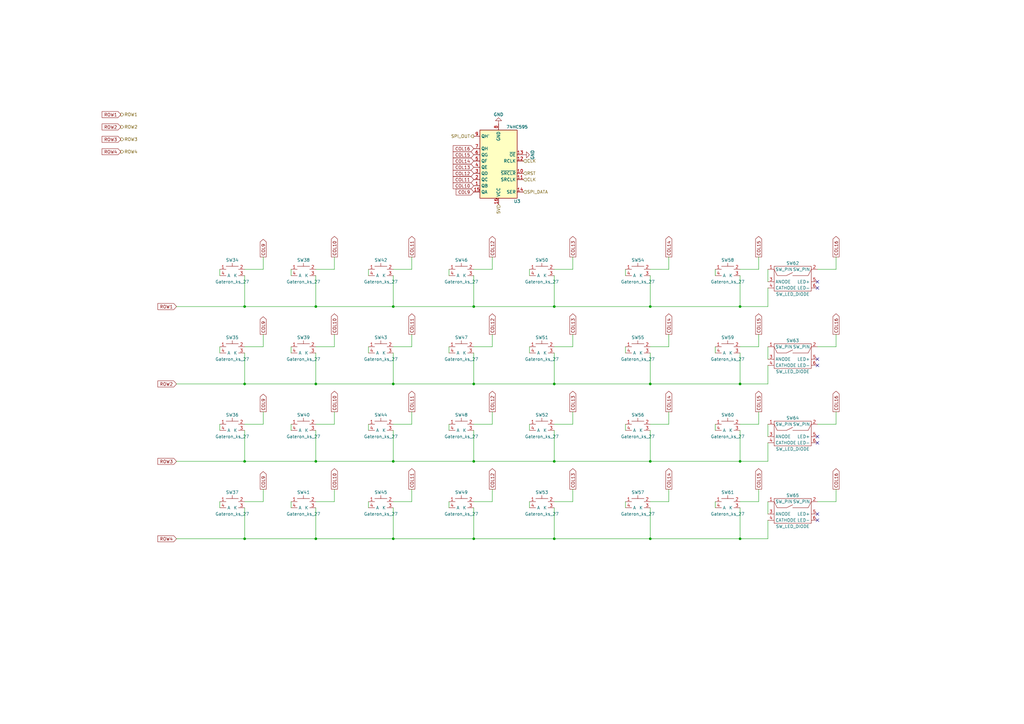
<source format=kicad_sch>
(kicad_sch (version 20211123) (generator eeschema)
  (paper "A3")
  (lib_symbols
    (symbol "74xx:74HC595"
      (property "Reference" "U" (at -7.62 13.97 0))
      (property "Value" "74HC595" (at -7.62 -16.51 0))
      (symbol "74HC595_1_0"
        (pin tri_state line (at 10.16 7.62 180) (length 2.54) (name "QB") (number "1"))
        (pin input line (at -10.16 2.54 0) (length 2.54) (name "~{SRCLR}") (number "10"))
        (pin input line (at -10.16 5.08 0) (length 2.54) (name "SRCLK") (number "11"))
        (pin input line (at -10.16 -2.54 0) (length 2.54) (name "RCLK") (number "12"))
        (pin input line (at -10.16 -5.08 0) (length 2.54) (name "~{OE}") (number "13"))
        (pin input line (at -10.16 10.16 0) (length 2.54) (name "SER") (number "14"))
        (pin tri_state line (at 10.16 10.16 180) (length 2.54) (name "QA") (number "15"))
        (pin power_in line (at 0 15.24 270) (length 2.54) (name "VCC") (number "16"))
        (pin tri_state line (at 10.16 5.08 180) (length 2.54) (name "QC") (number "2"))
        (pin tri_state line (at 10.16 2.54 180) (length 2.54) (name "QD") (number "3"))
        (pin tri_state line (at 10.16 0 180) (length 2.54) (name "QE") (number "4"))
        (pin tri_state line (at 10.16 -2.54 180) (length 2.54) (name "QF") (number "5"))
        (pin tri_state line (at 10.16 -5.08 180) (length 2.54) (name "QG") (number "6"))
        (pin tri_state line (at 10.16 -7.62 180) (length 2.54) (name "QH") (number "7"))
        (pin power_in line (at 0 -17.78 90) (length 2.54) (name "GND") (number "8"))
        (pin output line (at 10.16 -12.7 180) (length 2.54) (name "QH'") (number "9"))
      )
      (symbol "74HC595_1_1"
        (rectangle (start -7.62 12.7) (end 7.62 -15.24) (stroke (width 0.254)) (fill (type background)))
      )
    )
    (symbol "Keyboard:Gateron_ks_27"
      (property "Reference" "SW" (at 5.08 3.81 0))
      (property "Value" "Gateron_ks_27" (at 5.08 -5.08 0))
      (symbol "Gateron_ks_27_0_1"
        (rectangle (start 2.54 1.27) (end 7.62 1.27))
        (rectangle (start 5.08 2.54) (end 5.08 1.27))
      )
      (symbol "Gateron_ks_27_1_1"
        (pin passive line (at 0 0 0) (length 2.54) (name "") (number "1"))
        (pin passive line (at 10.16 0 180) (length 2.54) (name "") (number "2"))
        (pin passive line (at 10.16 -2.54 180) (length 2.54) (name "K") (number "3"))
        (pin passive line (at 0 -2.54 0) (length 2.54) (name "A") (number "4"))
      )
    )
    (symbol "Keyboard:SW_LED_DIODE"
      (property "Reference" "SW" (at 0 0 0))
      (property "Value" "SW_LED_DIODE" (at 0 -12.7 0))
      (symbol "SW_LED_DIODE_0_1"
        (polyline (pts (xy 0 -5.08) (xy 6.35 -5.08) (xy 7.62 -2.54)))
        (polyline (pts (xy -7.62 -2.54) (xy -6.35 -5.08) (xy -2.54 -5.08) (xy 0 -3.81)))
        (polyline (pts (xy -7.62 -1.27) (xy -7.62 -11.43) (xy 7.62 -11.43) (xy 7.62 -1.27) (xy -7.62 -1.27)))
      )
      (symbol "SW_LED_DIODE_1_1"
        (pin passive line (at -10.16 -2.54 0) (length 2.54) (name "SW_PIN") (number "1"))
        (pin passive line (at 10.16 -2.54 180) (length 2.54) (name "SW_PIN") (number "2"))
        (pin passive line (at -10.16 -7.62 0) (length 2.54) (name "ANODE") (number "3"))
        (pin passive line (at -10.16 -10.16 0) (length 2.54) (name "CATHODE") (number "4"))
        (pin passive line (at 10.16 -7.62 180) (length 2.54) (name "LED+") (number "5"))
        (pin passive line (at 10.16 -10.16 180) (length 2.54) (name "LED-") (number "6"))
      )
    )
    (symbol "power:GND" (power) (pin_names (offset 0))
      (property "Value" "GND" (at 0 -3.81 0))
      (symbol "GND_0_1"
        (polyline (pts (xy 0 0) (xy 0 -1.27) (xy 1.27 -1.27) (xy 0 -2.54) (xy -1.27 -1.27) (xy 0 -1.27)))
      )
      (symbol "GND_1_1"
        (pin power_in line (at 0 0 270) (length 0) hide (name "GND") (number "1"))
      )
    )
  )
  (junction (at 194.31 125.73))
  (junction (at 303.53 157.48))
  (junction (at 227.33 189.23))
  (junction (at 100.33 189.23))
  (junction (at 303.53 220.98))
  (junction (at 266.7 125.73))
  (junction (at 100.33 220.98))
  (junction (at 129.54 189.23))
  (junction (at 303.53 125.73))
  (junction (at 129.54 220.98))
  (junction (at 129.54 157.48))
  (junction (at 161.29 220.98))
  (junction (at 194.31 189.23))
  (junction (at 129.54 125.73))
  (junction (at 227.33 220.98))
  (junction (at 100.33 125.73))
  (junction (at 303.53 189.23))
  (junction (at 161.29 189.23))
  (junction (at 161.29 157.48))
  (junction (at 227.33 125.73))
  (junction (at 266.7 157.48))
  (junction (at 227.33 157.48))
  (junction (at 266.7 189.23))
  (junction (at 266.7 220.98))
  (junction (at 194.31 220.98))
  (junction (at 100.33 157.48))
  (junction (at 194.31 157.48))
  (junction (at 161.29 125.73))
  (no_connect (at 335.28 210.82))
  (no_connect (at 335.28 213.36))
  (no_connect (at 335.28 181.61))
  (no_connect (at 335.28 179.07))
  (no_connect (at 335.28 147.32))
  (no_connect (at 335.28 149.86))
  (no_connect (at 335.28 115.57))
  (no_connect (at 335.28 118.11))
  (wire (pts (xy 201.93 110.49) (xy 201.93 105.41)))
  (wire (pts (xy 201.93 142.24) (xy 201.93 137.16)))
  (wire (pts (xy 194.31 113.03) (xy 194.31 125.73)))
  (wire (pts (xy 314.96 173.99) (xy 314.96 179.07)))
  (wire (pts (xy 107.95 110.49) (xy 107.95 105.41)))
  (wire (pts (xy 168.91 142.24) (xy 168.91 137.16)))
  (wire (pts (xy 194.31 144.78) (xy 194.31 157.48)))
  (wire (pts (xy 194.31 110.49) (xy 201.93 110.49)))
  (wire (pts (xy 90.17 142.24) (xy 90.17 144.78)))
  (wire (pts (xy 266.7 205.74) (xy 274.32 205.74)))
  (wire (pts (xy 90.17 110.49) (xy 90.17 113.03)))
  (wire (pts (xy 342.9 168.91) (xy 342.9 173.99)))
  (wire (pts (xy 217.17 110.49) (xy 217.17 113.03)))
  (wire (pts (xy 100.33 173.99) (xy 107.95 173.99)))
  (wire (pts (xy 129.54 142.24) (xy 137.16 142.24)))
  (wire (pts (xy 314.96 189.23) (xy 303.53 189.23)))
  (wire (pts (xy 227.33 157.48) (xy 194.31 157.48)))
  (wire (pts (xy 314.96 205.74) (xy 314.96 210.82)))
  (wire (pts (xy 119.38 205.74) (xy 119.38 208.28)))
  (wire (pts (xy 234.95 205.74) (xy 234.95 200.66)))
  (wire (pts (xy 107.95 205.74) (xy 107.95 200.66)))
  (wire (pts (xy 168.91 110.49) (xy 168.91 105.41)))
  (wire (pts (xy 303.53 113.03) (xy 303.53 125.73)))
  (wire (pts (xy 184.15 110.49) (xy 184.15 113.03)))
  (wire (pts (xy 100.33 189.23) (xy 129.54 189.23)))
  (wire (pts (xy 227.33 142.24) (xy 234.95 142.24)))
  (wire (pts (xy 303.53 220.98) (xy 266.7 220.98)))
  (wire (pts (xy 72.39 189.23) (xy 100.33 189.23)))
  (wire (pts (xy 161.29 125.73) (xy 129.54 125.73)))
  (wire (pts (xy 335.28 205.74) (xy 342.9 205.74)))
  (wire (pts (xy 168.91 205.74) (xy 168.91 200.66)))
  (wire (pts (xy 217.17 173.99) (xy 217.17 176.53)))
  (wire (pts (xy 100.33 142.24) (xy 107.95 142.24)))
  (wire (pts (xy 227.33 205.74) (xy 234.95 205.74)))
  (wire (pts (xy 227.33 173.99) (xy 234.95 173.99)))
  (wire (pts (xy 100.33 220.98) (xy 129.54 220.98)))
  (wire (pts (xy 137.16 173.99) (xy 137.16 168.91)))
  (wire (pts (xy 342.9 205.74) (xy 342.9 200.66)))
  (wire (pts (xy 107.95 142.24) (xy 107.95 137.16)))
  (wire (pts (xy 161.29 189.23) (xy 129.54 189.23)))
  (wire (pts (xy 266.7 142.24) (xy 274.32 142.24)))
  (wire (pts (xy 129.54 176.53) (xy 129.54 189.23)))
  (wire (pts (xy 161.29 176.53) (xy 161.29 189.23)))
  (wire (pts (xy 100.33 208.28) (xy 100.33 220.98)))
  (wire (pts (xy 161.29 144.78) (xy 161.29 157.48)))
  (wire (pts (xy 100.33 205.74) (xy 107.95 205.74)))
  (wire (pts (xy 227.33 220.98) (xy 194.31 220.98)))
  (wire (pts (xy 184.15 142.24) (xy 184.15 144.78)))
  (wire (pts (xy 234.95 142.24) (xy 234.95 137.16)))
  (wire (pts (xy 107.95 173.99) (xy 107.95 168.91)))
  (wire (pts (xy 161.29 157.48) (xy 129.54 157.48)))
  (wire (pts (xy 194.31 205.74) (xy 201.93 205.74)))
  (wire (pts (xy 72.39 125.73) (xy 100.33 125.73)))
  (wire (pts (xy 293.37 205.74) (xy 293.37 208.28)))
  (wire (pts (xy 303.53 208.28) (xy 303.53 220.98)))
  (wire (pts (xy 227.33 110.49) (xy 234.95 110.49)))
  (wire (pts (xy 266.7 125.73) (xy 227.33 125.73)))
  (wire (pts (xy 311.15 110.49) (xy 311.15 105.41)))
  (wire (pts (xy 151.13 173.99) (xy 151.13 176.53)))
  (wire (pts (xy 303.53 144.78) (xy 303.53 157.48)))
  (wire (pts (xy 161.29 142.24) (xy 168.91 142.24)))
  (wire (pts (xy 256.54 173.99) (xy 256.54 176.53)))
  (wire (pts (xy 161.29 220.98) (xy 194.31 220.98)))
  (wire (pts (xy 227.33 144.78) (xy 227.33 157.48)))
  (wire (pts (xy 314.96 213.36) (xy 314.96 220.98)))
  (wire (pts (xy 137.16 205.74) (xy 137.16 200.66)))
  (wire (pts (xy 266.7 220.98) (xy 227.33 220.98)))
  (wire (pts (xy 234.95 168.91) (xy 234.95 173.99)))
  (wire (pts (xy 119.38 110.49) (xy 119.38 113.03)))
  (wire (pts (xy 161.29 110.49) (xy 168.91 110.49)))
  (wire (pts (xy 194.31 142.24) (xy 201.93 142.24)))
  (wire (pts (xy 227.33 176.53) (xy 227.33 189.23)))
  (wire (pts (xy 303.53 110.49) (xy 311.15 110.49)))
  (wire (pts (xy 90.17 173.99) (xy 90.17 176.53)))
  (wire (pts (xy 184.15 173.99) (xy 184.15 176.53)))
  (wire (pts (xy 161.29 205.74) (xy 168.91 205.74)))
  (wire (pts (xy 161.29 208.28) (xy 161.29 220.98)))
  (wire (pts (xy 342.9 110.49) (xy 342.9 105.41)))
  (wire (pts (xy 303.53 173.99) (xy 311.15 173.99)))
  (wire (pts (xy 227.33 113.03) (xy 227.33 125.73)))
  (wire (pts (xy 266.7 157.48) (xy 227.33 157.48)))
  (wire (pts (xy 274.32 142.24) (xy 274.32 137.16)))
  (wire (pts (xy 266.7 110.49) (xy 274.32 110.49)))
  (wire (pts (xy 314.96 157.48) (xy 303.53 157.48)))
  (wire (pts (xy 342.9 142.24) (xy 342.9 137.16)))
  (wire (pts (xy 217.17 205.74) (xy 217.17 208.28)))
  (wire (pts (xy 100.33 157.48) (xy 129.54 157.48)))
  (wire (pts (xy 303.53 176.53) (xy 303.53 189.23)))
  (wire (pts (xy 119.38 142.24) (xy 119.38 144.78)))
  (wire (pts (xy 137.16 142.24) (xy 137.16 137.16)))
  (wire (pts (xy 335.28 173.99) (xy 342.9 173.99)))
  (wire (pts (xy 72.39 220.98) (xy 100.33 220.98)))
  (wire (pts (xy 314.96 142.24) (xy 314.96 147.32)))
  (wire (pts (xy 194.31 173.99) (xy 201.93 173.99)))
  (wire (pts (xy 100.33 176.53) (xy 100.33 189.23)))
  (wire (pts (xy 227.33 208.28) (xy 227.33 220.98)))
  (wire (pts (xy 303.53 142.24) (xy 311.15 142.24)))
  (wire (pts (xy 129.54 205.74) (xy 137.16 205.74)))
  (wire (pts (xy 100.33 110.49) (xy 107.95 110.49)))
  (wire (pts (xy 311.15 168.91) (xy 311.15 173.99)))
  (wire (pts (xy 201.93 205.74) (xy 201.93 200.66)))
  (wire (pts (xy 266.7 144.78) (xy 266.7 157.48)))
  (wire (pts (xy 314.96 181.61) (xy 314.96 189.23)))
  (wire (pts (xy 119.38 173.99) (xy 119.38 176.53)))
  (wire (pts (xy 227.33 125.73) (xy 194.31 125.73)))
  (wire (pts (xy 335.28 142.24) (xy 342.9 142.24)))
  (wire (pts (xy 266.7 113.03) (xy 266.7 125.73)))
  (wire (pts (xy 314.96 110.49) (xy 314.96 115.57)))
  (wire (pts (xy 256.54 142.24) (xy 256.54 144.78)))
  (wire (pts (xy 129.54 173.99) (xy 137.16 173.99)))
  (wire (pts (xy 314.96 118.11) (xy 314.96 125.73)))
  (wire (pts (xy 161.29 125.73) (xy 194.31 125.73)))
  (wire (pts (xy 303.53 125.73) (xy 266.7 125.73)))
  (wire (pts (xy 151.13 110.49) (xy 151.13 113.03)))
  (wire (pts (xy 266.7 173.99) (xy 274.32 173.99)))
  (wire (pts (xy 151.13 142.24) (xy 151.13 144.78)))
  (wire (pts (xy 303.53 205.74) (xy 311.15 205.74)))
  (wire (pts (xy 161.29 189.23) (xy 194.31 189.23)))
  (wire (pts (xy 311.15 205.74) (xy 311.15 200.66)))
  (wire (pts (xy 184.15 205.74) (xy 184.15 208.28)))
  (wire (pts (xy 129.54 144.78) (xy 129.54 157.48)))
  (wire (pts (xy 234.95 110.49) (xy 234.95 105.41)))
  (wire (pts (xy 100.33 125.73) (xy 129.54 125.73)))
  (wire (pts (xy 161.29 173.99) (xy 168.91 173.99)))
  (wire (pts (xy 293.37 142.24) (xy 293.37 144.78)))
  (wire (pts (xy 274.32 110.49) (xy 274.32 105.41)))
  (wire (pts (xy 256.54 110.49) (xy 256.54 113.03)))
  (wire (pts (xy 129.54 113.03) (xy 129.54 125.73)))
  (wire (pts (xy 303.53 157.48) (xy 266.7 157.48)))
  (wire (pts (xy 168.91 173.99) (xy 168.91 168.91)))
  (wire (pts (xy 137.16 110.49) (xy 137.16 105.41)))
  (wire (pts (xy 129.54 110.49) (xy 137.16 110.49)))
  (wire (pts (xy 161.29 157.48) (xy 194.31 157.48)))
  (wire (pts (xy 293.37 110.49) (xy 293.37 113.03)))
  (wire (pts (xy 217.17 142.24) (xy 217.17 144.78)))
  (wire (pts (xy 274.32 205.74) (xy 274.32 200.66)))
  (wire (pts (xy 100.33 144.78) (xy 100.33 157.48)))
  (wire (pts (xy 194.31 208.28) (xy 194.31 220.98)))
  (wire (pts (xy 90.17 205.74) (xy 90.17 208.28)))
  (wire (pts (xy 314.96 149.86) (xy 314.96 157.48)))
  (wire (pts (xy 151.13 205.74) (xy 151.13 208.28)))
  (wire (pts (xy 314.96 125.73) (xy 303.53 125.73)))
  (wire (pts (xy 100.33 113.03) (xy 100.33 125.73)))
  (wire (pts (xy 227.33 189.23) (xy 194.31 189.23)))
  (wire (pts (xy 274.32 168.91) (xy 274.32 173.99)))
  (wire (pts (xy 256.54 205.74) (xy 256.54 208.28)))
  (wire (pts (xy 72.39 157.48) (xy 100.33 157.48)))
  (wire (pts (xy 266.7 189.23) (xy 227.33 189.23)))
  (wire (pts (xy 129.54 208.28) (xy 129.54 220.98)))
  (wire (pts (xy 201.93 173.99) (xy 201.93 168.91)))
  (wire (pts (xy 303.53 189.23) (xy 266.7 189.23)))
  (wire (pts (xy 311.15 142.24) (xy 311.15 137.16)))
  (wire (pts (xy 161.29 220.98) (xy 129.54 220.98)))
  (wire (pts (xy 335.28 110.49) (xy 342.9 110.49)))
  (wire (pts (xy 161.29 113.03) (xy 161.29 125.73)))
  (wire (pts (xy 194.31 176.53) (xy 194.31 189.23)))
  (wire (pts (xy 266.7 176.53) (xy 266.7 189.23)))
  (wire (pts (xy 314.96 220.98) (xy 303.53 220.98)))
  (wire (pts (xy 266.7 208.28) (xy 266.7 220.98)))
  (wire (pts (xy 293.37 173.99) (xy 293.37 176.53)))
  (global_label "ROW2" (shape input) (at 49.53 52.07 180) (property "Intersheet References" "${INTERSHEET_REFS}" (effects hide)))
  (global_label "COL10" (shape output) (at 137.16 200.66 90) (property "Intersheet References" "${INTERSHEET_REFS}" (effects hide)))
  (global_label "COL13" (shape output) (at 234.95 137.16 90) (property "Intersheet References" "${INTERSHEET_REFS}" (effects hide)))
  (global_label "COL12" (shape output) (at 201.93 105.41 90) (property "Intersheet References" "${INTERSHEET_REFS}" (effects hide)))
  (global_label "COL11" (shape output) (at 168.91 168.91 90) (property "Intersheet References" "${INTERSHEET_REFS}" (effects hide)))
  (global_label "COL12" (shape input) (at 194.31 71.12 180) (property "Intersheet References" "${INTERSHEET_REFS}" (effects hide)))
  (global_label "COL9" (shape output) (at 107.95 105.41 90) (property "Intersheet References" "${INTERSHEET_REFS}" (effects hide)))
  (global_label "COL11" (shape output) (at 168.91 200.66 90) (property "Intersheet References" "${INTERSHEET_REFS}" (effects hide)))
  (global_label "COL15" (shape input) (at 194.31 63.5 180) (property "Intersheet References" "${INTERSHEET_REFS}" (effects hide)))
  (global_label "COL14" (shape output) (at 274.32 105.41 90) (property "Intersheet References" "${INTERSHEET_REFS}" (effects hide)))
  (global_label "COL13" (shape output) (at 234.95 200.66 90) (property "Intersheet References" "${INTERSHEET_REFS}" (effects hide)))
  (global_label "ROW4" (shape input) (at 49.53 62.23 180) (property "Intersheet References" "${INTERSHEET_REFS}" (effects hide)))
  (global_label "COL14" (shape output) (at 274.32 168.91 90) (property "Intersheet References" "${INTERSHEET_REFS}" (effects hide)))
  (global_label "COL16" (shape output) (at 342.9 200.66 90) (property "Intersheet References" "${INTERSHEET_REFS}" (effects hide)))
  (global_label "COL9" (shape output) (at 107.95 168.91 90) (property "Intersheet References" "${INTERSHEET_REFS}" (effects hide)))
  (global_label "COL15" (shape output) (at 311.15 105.41 90) (property "Intersheet References" "${INTERSHEET_REFS}" (effects hide)))
  (global_label "COL15" (shape output) (at 311.15 137.16 90) (property "Intersheet References" "${INTERSHEET_REFS}" (effects hide)))
  (global_label "COL11" (shape output) (at 168.91 137.16 90) (property "Intersheet References" "${INTERSHEET_REFS}" (effects hide)))
  (global_label "COL9" (shape output) (at 107.95 137.16 90) (property "Intersheet References" "${INTERSHEET_REFS}" (effects hide)))
  (global_label "COL13" (shape output) (at 234.95 105.41 90) (property "Intersheet References" "${INTERSHEET_REFS}" (effects hide)))
  (global_label "COL15" (shape output) (at 311.15 168.91 90) (property "Intersheet References" "${INTERSHEET_REFS}" (effects hide)))
  (global_label "ROW4" (shape input) (at 72.39 220.98 180) (property "Intersheet References" "${INTERSHEET_REFS}" (effects hide)))
  (global_label "COL13" (shape input) (at 194.31 68.58 180) (property "Intersheet References" "${INTERSHEET_REFS}" (effects hide)))
  (global_label "COL15" (shape output) (at 311.15 200.66 90) (property "Intersheet References" "${INTERSHEET_REFS}" (effects hide)))
  (global_label "ROW2" (shape input) (at 72.39 157.48 180) (property "Intersheet References" "${INTERSHEET_REFS}" (effects hide)))
  (global_label "COL10" (shape output) (at 137.16 168.91 90) (property "Intersheet References" "${INTERSHEET_REFS}" (effects hide)))
  (global_label "COL10" (shape output) (at 137.16 105.41 90) (property "Intersheet References" "${INTERSHEET_REFS}" (effects hide)))
  (global_label "COL16" (shape output) (at 342.9 105.41 90) (property "Intersheet References" "${INTERSHEET_REFS}" (effects hide)))
  (global_label "COL12" (shape output) (at 201.93 168.91 90) (property "Intersheet References" "${INTERSHEET_REFS}" (effects hide)))
  (global_label "COL16" (shape output) (at 342.9 168.91 90) (property "Intersheet References" "${INTERSHEET_REFS}" (effects hide)))
  (global_label "COL11" (shape output) (at 168.91 105.41 90) (property "Intersheet References" "${INTERSHEET_REFS}" (effects hide)))
  (global_label "ROW1" (shape input) (at 49.53 46.99 180) (property "Intersheet References" "${INTERSHEET_REFS}" (effects hide)))
  (global_label "COL9" (shape output) (at 107.95 200.66 90) (property "Intersheet References" "${INTERSHEET_REFS}" (effects hide)))
  (global_label "COL16" (shape output) (at 342.9 137.16 90) (property "Intersheet References" "${INTERSHEET_REFS}" (effects hide)))
  (global_label "ROW3" (shape input) (at 72.39 189.23 180) (property "Intersheet References" "${INTERSHEET_REFS}" (effects hide)))
  (global_label "COL10" (shape output) (at 137.16 137.16 90) (property "Intersheet References" "${INTERSHEET_REFS}" (effects hide)))
  (global_label "COL9" (shape input) (at 194.31 78.74 180) (property "Intersheet References" "${INTERSHEET_REFS}" (effects hide)))
  (global_label "COL12" (shape output) (at 201.93 137.16 90) (property "Intersheet References" "${INTERSHEET_REFS}" (effects hide)))
  (global_label "COL12" (shape output) (at 201.93 200.66 90) (property "Intersheet References" "${INTERSHEET_REFS}" (effects hide)))
  (global_label "COL14" (shape output) (at 274.32 200.66 90) (property "Intersheet References" "${INTERSHEET_REFS}" (effects hide)))
  (global_label "COL13" (shape output) (at 234.95 168.91 90) (property "Intersheet References" "${INTERSHEET_REFS}" (effects hide)))
  (global_label "ROW3" (shape input) (at 49.53 57.15 180) (property "Intersheet References" "${INTERSHEET_REFS}" (effects hide)))
  (global_label "COL14" (shape output) (at 274.32 137.16 90) (property "Intersheet References" "${INTERSHEET_REFS}" (effects hide)))
  (global_label "ROW1" (shape input) (at 72.39 125.73 180) (property "Intersheet References" "${INTERSHEET_REFS}" (effects hide)))
  (global_label "COL10" (shape input) (at 194.31 76.2 180) (property "Intersheet References" "${INTERSHEET_REFS}" (effects hide)))
  (global_label "COL16" (shape input) (at 194.31 60.96 180) (property "Intersheet References" "${INTERSHEET_REFS}" (effects hide)))
  (global_label "COL11" (shape input) (at 194.31 73.66 180) (property "Intersheet References" "${INTERSHEET_REFS}" (effects hide)))
  (global_label "COL14" (shape input) (at 194.31 66.04 180) (property "Intersheet References" "${INTERSHEET_REFS}" (effects hide)))
  (hierarchical_label "ROW2" (shape output) (at 49.53 52.07 0))
  (hierarchical_label "ROW4" (shape output) (at 49.53 62.23 0))
  (hierarchical_label "ROW3" (shape output) (at 49.53 57.15 0))
  (hierarchical_label "5V" (shape input) (at 204.47 83.82 270))
  (hierarchical_label "SPI_OUT" (shape output) (at 194.31 55.88 180))
  (hierarchical_label "CLK" (shape input) (at 214.63 66.04 0))
  (hierarchical_label "ROW1" (shape output) (at 49.53 46.99 0))
  (hierarchical_label "CLK" (shape input) (at 214.63 73.66 0))
  (hierarchical_label "SPI_DATA" (shape input) (at 214.63 78.74 0))
  (hierarchical_label "RST" (shape input) (at 214.63 71.12 0))
  (symbol (lib_id "Keyboard:Gateron_ks_27") (at 217.17 142.24 0) (unit 1)
    (property "Reference" "SW51" (at 222.25 138.43 0))
    (property "Value" "Gateron_ks_27" (at 222.25 147.32 0))
    (property "Footprint" "Keyboard:Gateron_ks_27" (effects hide))
  )
  (symbol (lib_id "Keyboard:SW_LED_DIODE") (at 325.12 171.45 0) (unit 1)
    (property "Reference" "SW64" (at 325.12 171.45 0))
    (property "Value" "SW_LED_DIODE" (at 325.12 184.15 0))
    (property "Footprint" "Keyboard:SW_LED_ext_DIODE" (effects hide))
  )
  (symbol (lib_id "Keyboard:Gateron_ks_27") (at 119.38 110.49 0) (unit 1)
    (property "Reference" "SW38" (at 124.46 106.68 0))
    (property "Value" "Gateron_ks_27" (at 124.46 115.57 0))
    (property "Footprint" "Keyboard:Gateron_ks_27" (effects hide))
  )
  (symbol (lib_id "Keyboard:Gateron_ks_27") (at 217.17 173.99 0) (unit 1)
    (property "Reference" "SW52" (at 222.25 170.18 0))
    (property "Value" "Gateron_ks_27" (at 222.25 179.07 0))
    (property "Footprint" "Keyboard:Gateron_ks_27" (effects hide))
  )
  (symbol (lib_id "Keyboard:Gateron_ks_27") (at 184.15 110.49 0) (unit 1)
    (property "Reference" "SW46" (at 189.23 106.68 0))
    (property "Value" "Gateron_ks_27" (at 189.23 115.57 0))
    (property "Footprint" "Keyboard:Gateron_ks_27" (effects hide))
  )
  (symbol (lib_id "Keyboard:Gateron_ks_27") (at 119.38 142.24 0) (unit 1)
    (property "Reference" "SW39" (at 124.46 138.43 0))
    (property "Value" "Gateron_ks_27" (at 124.46 147.32 0))
    (property "Footprint" "Keyboard:Gateron_ks_27" (effects hide))
  )
  (symbol (lib_id "Keyboard:Gateron_ks_27") (at 90.17 142.24 0) (unit 1)
    (property "Reference" "SW35" (at 95.25 138.43 0))
    (property "Value" "Gateron_ks_27" (at 95.25 147.32 0))
    (property "Footprint" "Keyboard:Gateron_ks_27" (effects hide))
  )
  (symbol (lib_id "Keyboard:Gateron_ks_27") (at 151.13 142.24 0) (unit 1)
    (property "Reference" "SW43" (at 156.21 138.43 0))
    (property "Value" "Gateron_ks_27" (at 156.21 147.32 0))
    (property "Footprint" "Keyboard:Gateron_ks_27" (effects hide))
  )
  (symbol (lib_id "Keyboard:Gateron_ks_27") (at 184.15 173.99 0) (unit 1)
    (property "Reference" "SW48" (at 189.23 170.18 0))
    (property "Value" "Gateron_ks_27" (at 189.23 179.07 0))
    (property "Footprint" "Keyboard:Gateron_ks_27" (effects hide))
  )
  (symbol (lib_id "Keyboard:Gateron_ks_27") (at 119.38 205.74 0) (unit 1)
    (property "Reference" "SW41" (at 124.46 201.93 0))
    (property "Value" "Gateron_ks_27" (at 124.46 210.82 0))
    (property "Footprint" "Keyboard:Gateron_ks_27" (effects hide))
  )
  (symbol (lib_id "74xx:74HC595") (at 204.47 68.58 180) (unit 1)
    (property "Reference" "U3" (at 212.09 82.55 0))
    (property "Value" "74HC595" (at 212.09 52.07 0))
    (property "Footprint" "Package_DIP:DIP-16_W7.62mm_Socket" (effects hide))
    (property "Datasheet" "http://www.ti.com/lit/ds/symlink/sn74hc595.pdf" (effects hide))
  )
  (symbol (lib_id "Keyboard:Gateron_ks_27") (at 256.54 173.99 0) (unit 1)
    (property "Reference" "SW56" (at 261.62 170.18 0))
    (property "Value" "Gateron_ks_27" (at 261.62 179.07 0))
    (property "Footprint" "Keyboard:Gateron_ks_27" (effects hide))
  )
  (symbol (lib_id "Keyboard:Gateron_ks_27") (at 217.17 110.49 0) (unit 1)
    (property "Reference" "SW50" (at 222.25 106.68 0))
    (property "Value" "Gateron_ks_27" (at 222.25 115.57 0))
    (property "Footprint" "Keyboard:Gateron_ks_27" (effects hide))
  )
  (symbol (lib_id "Keyboard:Gateron_ks_27") (at 119.38 173.99 0) (unit 1)
    (property "Reference" "SW40" (at 124.46 170.18 0))
    (property "Value" "Gateron_ks_27" (at 124.46 179.07 0))
    (property "Footprint" "Keyboard:Gateron_ks_27" (effects hide))
  )
  (symbol (lib_id "Keyboard:SW_LED_DIODE") (at 325.12 203.2 0) (unit 1)
    (property "Reference" "SW65" (at 325.12 203.2 0))
    (property "Value" "SW_LED_DIODE" (at 325.12 215.9 0))
    (property "Footprint" "Keyboard:SW_LED_ext_DIODE" (effects hide))
  )
  (symbol (lib_id "Keyboard:Gateron_ks_27") (at 90.17 110.49 0) (unit 1)
    (property "Reference" "SW34" (at 95.25 106.68 0))
    (property "Value" "Gateron_ks_27" (at 95.25 115.57 0))
    (property "Footprint" "Keyboard:Gateron_ks_27" (effects hide))
  )
  (symbol (lib_id "Keyboard:Gateron_ks_27") (at 256.54 205.74 0) (unit 1)
    (property "Reference" "SW57" (at 261.62 201.93 0))
    (property "Value" "Gateron_ks_27" (at 261.62 210.82 0))
    (property "Footprint" "Keyboard:Gateron_ks_27" (effects hide))
  )
  (symbol (lib_id "Keyboard:Gateron_ks_27") (at 293.37 110.49 0) (unit 1)
    (property "Reference" "SW58" (at 298.45 106.68 0))
    (property "Value" "Gateron_ks_27" (at 298.45 115.57 0))
    (property "Footprint" "Keyboard:Gateron_ks_27" (effects hide))
  )
  (symbol (lib_id "Keyboard:Gateron_ks_27") (at 90.17 205.74 0) (unit 1)
    (property "Reference" "SW37" (at 95.25 201.93 0))
    (property "Value" "Gateron_ks_27" (at 95.25 210.82 0))
    (property "Footprint" "Keyboard:Gateron_ks_27" (effects hide))
  )
  (symbol (lib_id "Keyboard:Gateron_ks_27") (at 184.15 142.24 0) (unit 1)
    (property "Reference" "SW47" (at 189.23 138.43 0))
    (property "Value" "Gateron_ks_27" (at 189.23 147.32 0))
    (property "Footprint" "Keyboard:Gateron_ks_27" (effects hide))
  )
  (symbol (lib_id "Keyboard:Gateron_ks_27") (at 90.17 173.99 0) (unit 1)
    (property "Reference" "SW36" (at 95.25 170.18 0))
    (property "Value" "Gateron_ks_27" (at 95.25 179.07 0))
    (property "Footprint" "Keyboard:Gateron_ks_27" (effects hide))
  )
  (symbol (lib_id "Keyboard:Gateron_ks_27") (at 184.15 205.74 0) (unit 1)
    (property "Reference" "SW49" (at 189.23 201.93 0))
    (property "Value" "Gateron_ks_27" (at 189.23 210.82 0))
    (property "Footprint" "Keyboard:Gateron_ks_27" (effects hide))
  )
  (symbol (lib_id "Keyboard:Gateron_ks_27") (at 293.37 173.99 0) (unit 1)
    (property "Reference" "SW60" (at 298.45 170.18 0))
    (property "Value" "Gateron_ks_27" (at 298.45 179.07 0))
    (property "Footprint" "Keyboard:Gateron_ks_27" (effects hide))
  )
  (symbol (lib_id "Keyboard:Gateron_ks_27") (at 151.13 173.99 0) (unit 1)
    (property "Reference" "SW44" (at 156.21 170.18 0))
    (property "Value" "Gateron_ks_27" (at 156.21 179.07 0))
    (property "Footprint" "Keyboard:Gateron_ks_27" (effects hide))
  )
  (symbol (lib_id "Keyboard:Gateron_ks_27") (at 293.37 205.74 0) (unit 1)
    (property "Reference" "SW61" (at 298.45 201.93 0))
    (property "Value" "Gateron_ks_27" (at 298.45 210.82 0))
    (property "Footprint" "Keyboard:Gateron_ks_27" (effects hide))
  )
  (symbol (lib_id "Keyboard:Gateron_ks_27") (at 256.54 110.49 0) (unit 1)
    (property "Reference" "SW54" (at 261.62 106.68 0))
    (property "Value" "Gateron_ks_27" (at 261.62 115.57 0))
    (property "Footprint" "Keyboard:Gateron_ks_27" (effects hide))
  )
  (symbol (lib_id "Keyboard:Gateron_ks_27") (at 217.17 205.74 0) (unit 1)
    (property "Reference" "SW53" (at 222.25 201.93 0))
    (property "Value" "Gateron_ks_27" (at 222.25 210.82 0))
    (property "Footprint" "Keyboard:Gateron_ks_27" (effects hide))
  )
  (symbol (lib_id "Keyboard:SW_LED_DIODE") (at 325.12 107.95 0) (unit 1)
    (property "Reference" "SW62" (at 325.12 107.95 0))
    (property "Value" "SW_LED_DIODE" (at 325.12 120.65 0))
    (property "Footprint" "Keyboard:SW_LED_ext_DIODE" (effects hide))
  )
  (symbol (lib_id "Keyboard:Gateron_ks_27") (at 151.13 110.49 0) (unit 1)
    (property "Reference" "SW42" (at 156.21 106.68 0))
    (property "Value" "Gateron_ks_27" (at 156.21 115.57 0))
    (property "Footprint" "Keyboard:Gateron_ks_27" (effects hide))
  )
  (symbol (lib_id "Keyboard:SW_LED_DIODE") (at 325.12 139.7 0) (unit 1)
    (property "Reference" "SW63" (at 325.12 139.7 0))
    (property "Value" "SW_LED_DIODE" (at 325.12 152.4 0))
    (property "Footprint" "Keyboard:SW_LED_ext_DIODE" (effects hide))
  )
  (symbol (lib_id "Keyboard:Gateron_ks_27") (at 293.37 142.24 0) (unit 1)
    (property "Reference" "SW59" (at 298.45 138.43 0))
    (property "Value" "Gateron_ks_27" (at 298.45 147.32 0))
    (property "Footprint" "Keyboard:Gateron_ks_27" (effects hide))
  )
  (symbol (lib_id "power:GND") (at 204.47 50.8 180) (unit 1)
    (property "Reference" "#PWR0111" (effects hide))
    (property "Value" "GND" (at 204.47 46.99 0))
  )
  (symbol (lib_id "Keyboard:Gateron_ks_27") (at 151.13 205.74 0) (unit 1)
    (property "Reference" "SW45" (at 156.21 201.93 0))
    (property "Value" "Gateron_ks_27" (at 156.21 210.82 0))
    (property "Footprint" "Keyboard:Gateron_ks_27" (effects hide))
  )
  (symbol (lib_id "Keyboard:Gateron_ks_27") (at 256.54 142.24 0) (unit 1)
    (property "Reference" "SW55" (at 261.62 138.43 0))
    (property "Value" "Gateron_ks_27" (at 261.62 147.32 0))
    (property "Footprint" "Keyboard:Gateron_ks_27" (effects hide))
  )
  (symbol (lib_id "power:GND") (at 214.63 63.5 90) (unit 1)
    (property "Reference" "#PWR0112" (effects hide))
    (property "Value" "GND" (at 218.44 63.5 0))
  )
)
</source>
